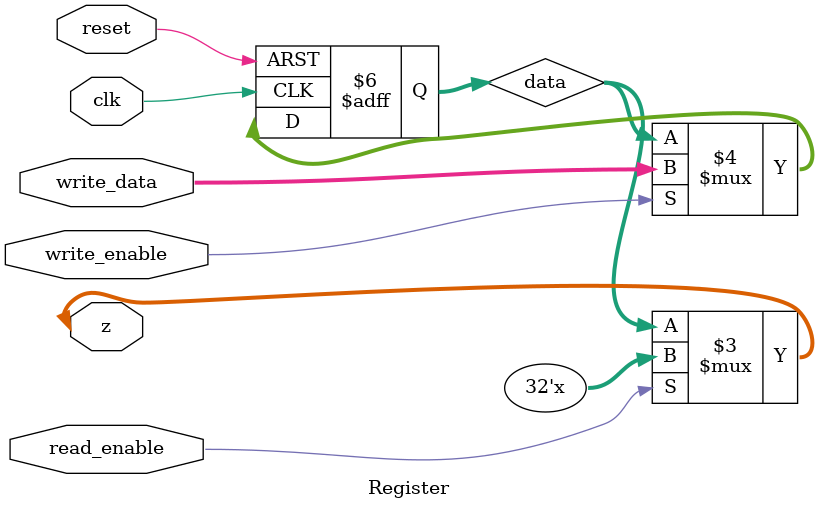
<source format=sv>
module Register (
    input wire clk,             // Clock signal
    input wire reset,           // Reset signal
    input wire write_enable,       // Register write control signal
    input wire read_enable,     // Read enable control signal
    input wire [31:0] write_data, // Data to be written
    inout [31:0] z              // High-impedance outputs when not reading
);
    reg [31:0] data;  // Register
    always @(posedge clk or negedge reset) begin
        if (!reset) begin
            // Reset the register to zero
            data <= 32'b0;
        end else if (write_enable) begin
            // Write data to the register when the write control is active
            data <= write_data;
        end
    end

    // Tri-state buffer control
    assign z = (read_enable) ? 32'bz : data;

endmodule

</source>
